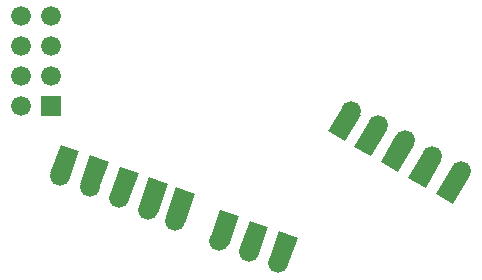
<source format=gts>
G04 Layer: TopSolderMaskLayer*
G04 EasyEDA v6.5.3, 2022-04-30 06:46:22*
G04 ee3e3f8623474824adc305f6a8106e34,debd25b7e7f645e7808fdd9718494454,10*
G04 Gerber Generator version 0.2*
G04 Scale: 100 percent, Rotated: No, Reflected: No *
G04 Dimensions in millimeters *
G04 leading zeros omitted , absolute positions ,4 integer and 5 decimal *
%FSLAX45Y45*%
%MOMM*%

%ADD19C,1.6764*%

%LPD*%
G36*
X17066768Y4637023D02*
G01*
X16909288Y4694428D01*
X16998188Y4938776D01*
X17155668Y4881371D01*
G37*
G36*
X16820134Y4727702D02*
G01*
X16662400Y4785105D01*
X16751554Y5029454D01*
X16909034Y4972304D01*
G37*
G36*
X16566134Y4821936D02*
G01*
X16408400Y4879339D01*
X16497554Y5123942D01*
X16655034Y5066537D01*
G37*
G36*
X16315690Y4914645D02*
G01*
X16158209Y4971795D01*
X16247109Y5216397D01*
X16404590Y5158994D01*
G37*
G36*
X18878295Y5115305D02*
G01*
X18733261Y5199126D01*
X18863309Y5424423D01*
X19008343Y5340604D01*
G37*
G36*
X19104609Y4985004D02*
G01*
X18959322Y5069078D01*
X19089370Y5294376D01*
X19234658Y5210302D01*
G37*
G36*
X19335750Y4850384D02*
G01*
X19190461Y4934457D01*
X19320509Y5159755D01*
X19465798Y5075681D01*
G37*
G36*
X19571970Y4713223D02*
G01*
X19426681Y4797297D01*
X19556729Y5022595D01*
X19702018Y4938521D01*
G37*
G36*
X18166079Y4179062D02*
G01*
X18008600Y4236212D01*
X18097500Y4480813D01*
X18254979Y4423410D01*
G37*
G36*
X17915890Y4270502D02*
G01*
X17758409Y4327652D01*
X17847309Y4572254D01*
X18004790Y4514850D01*
G37*
G36*
X17668240Y4363212D02*
G01*
X17510759Y4420362D01*
X17599659Y4664963D01*
X17757140Y4607560D01*
G37*
G36*
X17295368Y4553457D02*
G01*
X17137888Y4610862D01*
X17226788Y4855463D01*
X17384268Y4798060D01*
G37*
G36*
X18657061Y5243068D02*
G01*
X18511774Y5326887D01*
X18641822Y5552186D01*
X18787109Y5468365D01*
G37*
D19*
G01*
X15914116Y6304432D03*
G36*
X16084295Y5458713D02*
G01*
X16084295Y5626354D01*
X16251936Y5626354D01*
X16251936Y5458713D01*
G37*
G01*
X15914116Y5542432D03*
G01*
X16168116Y5796432D03*
G01*
X15914116Y5796432D03*
G01*
X16168116Y6050432D03*
G01*
X15914116Y6050432D03*
G01*
X16168116Y6304432D03*
G01*
X16243300Y4953000D03*
G01*
X16492220Y4857495D03*
G01*
X16741140Y4761737D03*
G01*
X16990263Y4666259D03*
G01*
X17590516Y4401057D03*
G01*
X17839512Y4305452D03*
G01*
X18088483Y4209872D03*
G01*
X19634200Y4991100D03*
G01*
X19392900Y5118100D03*
G01*
X19164300Y5257800D03*
G01*
X18935700Y5384800D03*
G01*
X17211344Y4568570D03*
G01*
X18707100Y5499100D03*
M02*

</source>
